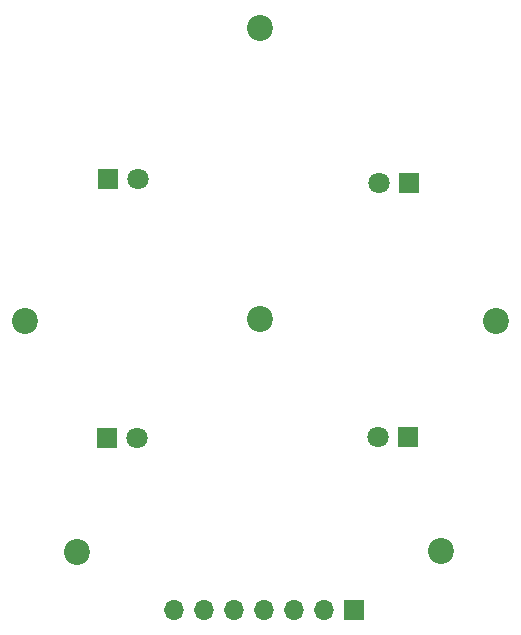
<source format=gbr>
%TF.GenerationSoftware,KiCad,Pcbnew,9.0.1*%
%TF.CreationDate,2025-04-01T19:10:29+10:00*%
%TF.ProjectId,Ir PCB,49722050-4342-42e6-9b69-6361645f7063,rev?*%
%TF.SameCoordinates,Original*%
%TF.FileFunction,Soldermask,Bot*%
%TF.FilePolarity,Negative*%
%FSLAX46Y46*%
G04 Gerber Fmt 4.6, Leading zero omitted, Abs format (unit mm)*
G04 Created by KiCad (PCBNEW 9.0.1) date 2025-04-01 19:10:29*
%MOMM*%
%LPD*%
G01*
G04 APERTURE LIST*
%ADD10R,1.800000X1.800000*%
%ADD11C,1.800000*%
%ADD12C,2.200000*%
%ADD13R,1.700000X1.700000*%
%ADD14O,1.700000X1.700000*%
G04 APERTURE END LIST*
D10*
%TO.C,S3*%
X137180000Y-88010000D03*
D11*
X139720000Y-88010000D03*
%TD*%
D12*
%TO.C,H7*%
X169990000Y-99970000D03*
%TD*%
D13*
%TO.C,J1*%
X157950000Y-124450000D03*
D14*
X155410000Y-124450000D03*
X152870000Y-124450000D03*
X150330000Y-124450000D03*
X147790000Y-124450000D03*
X145250000Y-124450000D03*
X142710000Y-124450000D03*
%TD*%
D12*
%TO.C,H8*%
X165350000Y-119430000D03*
%TD*%
D10*
%TO.C,S1*%
X162580000Y-109800000D03*
D11*
X160040000Y-109800000D03*
%TD*%
D12*
%TO.C,M2*%
X150050000Y-99840000D03*
%TD*%
%TO.C,H4*%
X150050000Y-75170000D03*
%TD*%
D10*
%TO.C,SFH309*%
X137075000Y-109900000D03*
D11*
X139615000Y-109900000D03*
%TD*%
D12*
%TO.C,H6*%
X130170000Y-99970000D03*
%TD*%
D10*
%TO.C,S2*%
X162670000Y-88310000D03*
D11*
X160130000Y-88310000D03*
%TD*%
D12*
%TO.C,H5*%
X134580000Y-119570000D03*
%TD*%
M02*

</source>
